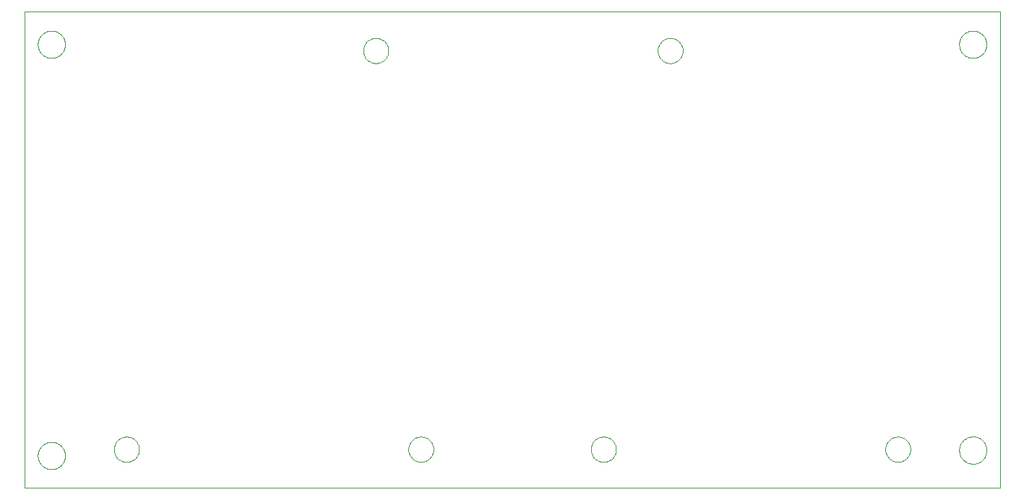
<source format=gm1>
G04 Output by ViewMate Deluxe V11.0.9  PentaLogix LLC*
G04 Tue Nov 11 15:55:57 2014*
%FSLAX33Y33*%
%MOMM*%
%IPPOS*%
%ADD107C,0.0*%

%LPD*%
X0Y0D2*D107*G1X111112Y58738D2*X111117Y58610D1*X111133Y58484*X111158Y58359*X111194Y58237*X111237Y58118*X111290Y58003*X111354Y57892*X111425Y57788*X111506Y57688*X111592Y57594*X111686Y57508*X111788Y57432*X111895Y57363*X112006Y57302*X112123Y57249*X112243Y57208*X112365Y57175*X112492Y57153*X112616Y57140*X112746Y57137*X112873Y57145*X112997Y57163*X113121Y57191*X113243Y57229*X113360Y57274*X113474Y57330*X113584Y57396*X113688Y57470*X113787Y57551*X113878Y57640*X113960Y57737*X114036Y57838*X114104Y57948*X114163Y58059*X114211Y58176*X114252Y58298*X114282Y58423*X114303Y58547*X114313Y58674*X114313Y58801*X114303Y58928*X114282Y59052*X114252Y59177*X114211Y59299*X114163Y59416*X114104Y59527*X114036Y59637*X113960Y59738*X113878Y59835*X113787Y59924*X113688Y60005*X113584Y60079*X113474Y60145*X113360Y60201*X113243Y60246*X113121Y60284*X112997Y60312*X112873Y60330*X112746Y60338*X112616Y60335*X112492Y60322*X112365Y60300*X112243Y60267*X112123Y60226*X112006Y60173*X111895Y60112*X111788Y60043*X111686Y59967*X111592Y59880*X111506Y59787*X111425Y59687*X111354Y59583*X111290Y59472*X111237Y59357*X111194Y59238*X111158Y59116*X111133Y58992*X111117Y58864*X111112Y58738*X3162Y58738D2*X3167Y58610D1*X3183Y58484*X3208Y58359*X3244Y58237*X3287Y58118*X3340Y58003*X3404Y57892*X3475Y57788*X3556Y57688*X3642Y57594*X3736Y57508*X3838Y57432*X3945Y57363*X4056Y57302*X4173Y57249*X4293Y57208*X4415Y57175*X4542Y57153*X4666Y57140*X4796Y57137*X4923Y57145*X5047Y57163*X5171Y57191*X5293Y57229*X5410Y57274*X5524Y57330*X5634Y57396*X5738Y57470*X5837Y57551*X5928Y57640*X6010Y57737*X6086Y57838*X6154Y57948*X6213Y58059*X6261Y58176*X6302Y58298*X6332Y58423*X6353Y58547*X6363Y58674*X6363Y58801*X6353Y58928*X6332Y59052*X6302Y59177*X6261Y59299*X6213Y59416*X6154Y59527*X6086Y59637*X6010Y59738*X5928Y59835*X5837Y59924*X5738Y60005*X5634Y60079*X5524Y60145*X5410Y60201*X5293Y60246*X5171Y60284*X5047Y60312*X4923Y60330*X4796Y60338*X4666Y60335*X4542Y60322*X4415Y60300*X4293Y60267*X4173Y60226*X4056Y60173*X3945Y60112*X3838Y60043*X3736Y59967*X3642Y59880*X3556Y59787*X3475Y59687*X3404Y59583*X3340Y59472*X3287Y59357*X3244Y59238*X3208Y59116*X3183Y58992*X3167Y58864*X3162Y58738*X41288Y58001D2*X41293Y57879D1*X41308Y57760*X41333Y57640*X41366Y57523*X41412Y57409*X41466Y57300*X41526Y57196*X41598Y57097*X41676Y57003*X41763Y56916*X41857Y56838*X41956Y56766*X42060Y56706*X42169Y56652*X42283Y56606*X42400Y56573*X42520Y56548*X42639Y56533*X42761Y56528*X42883Y56533*X43002Y56548*X43122Y56573*X43238Y56606*X43353Y56652*X43462Y56706*X43566Y56766*X43665Y56838*X43759Y56916*X43845Y57003*X43924Y57097*X43995Y57196*X44056Y57300*X44110Y57409*X44155Y57523*X44188Y57640*X44214Y57760*X44229Y57879*X44234Y58001*X44229Y58123*X44214Y58242*X44188Y58362*X44155Y58478*X44110Y58593*X44056Y58702*X43995Y58806*X43924Y58905*X43845Y58999*X43759Y59085*X43665Y59164*X43566Y59235*X43462Y59296*X43353Y59350*X43238Y59395*X43122Y59428*X43002Y59454*X42883Y59469*X42761Y59474*X42639Y59469*X42520Y59454*X42400Y59428*X42283Y59395*X42169Y59350*X42060Y59296*X41956Y59235*X41857Y59164*X41763Y59085*X41676Y58999*X41598Y58905*X41526Y58806*X41466Y58702*X41412Y58593*X41366Y58478*X41333Y58362*X41308Y58242*X41293Y58123*X41288Y58001*X75781Y58001D2*X75786Y57879D1*X75801Y57760*X75827Y57640*X75860Y57523*X75905Y57409*X75959Y57300*X76020Y57196*X76091Y57097*X76170Y57003*X76256Y56916*X76350Y56838*X76449Y56766*X76553Y56706*X76662Y56652*X76777Y56606*X76893Y56573*X77013Y56548*X77132Y56533*X77254Y56528*X77376Y56533*X77495Y56548*X77615Y56573*X77732Y56606*X77846Y56652*X77955Y56706*X78059Y56766*X78158Y56838*X78252Y56916*X78339Y57003*X78417Y57097*X78489Y57196*X78550Y57300*X78603Y57409*X78649Y57523*X78682Y57640*X78707Y57760*X78722Y57879*X78727Y58001*X78722Y58123*X78707Y58242*X78682Y58362*X78649Y58478*X78603Y58593*X78550Y58702*X78489Y58806*X78417Y58905*X78339Y58999*X78252Y59085*X78158Y59164*X78059Y59235*X77955Y59296*X77846Y59350*X77732Y59395*X77615Y59428*X77495Y59454*X77376Y59469*X77254Y59474*X77132Y59469*X77013Y59454*X76893Y59428*X76777Y59395*X76662Y59350*X76553Y59296*X76449Y59235*X76350Y59164*X76256Y59085*X76170Y58999*X76091Y58905*X76020Y58806*X75959Y58702*X75905Y58593*X75860Y58478*X75827Y58362*X75801Y58242*X75786Y58123*X75781Y58001*X111112Y11112D2*X111117Y10986D1*X111133Y10858*X111158Y10734*X111194Y10612*X111237Y10493*X111290Y10378*X111354Y10267*X111425Y10163*X111506Y10063*X111592Y9970*X111686Y9883*X111788Y9807*X111895Y9738*X112006Y9677*X112123Y9624*X112243Y9583*X112365Y9550*X112492Y9528*X112616Y9515*X112746Y9512*X112873Y9520*X112997Y9538*X113121Y9566*X113243Y9604*X113360Y9649*X113474Y9705*X113584Y9771*X113688Y9845*X113787Y9926*X113878Y10015*X113960Y10112*X114036Y10213*X114104Y10323*X114163Y10434*X114211Y10551*X114252Y10673*X114282Y10798*X114303Y10922*X114313Y11049*X114313Y11176*X114303Y11303*X114282Y11427*X114252Y11552*X114211Y11674*X114163Y11791*X114104Y11902*X114036Y12012*X113960Y12113*X113878Y12210*X113787Y12299*X113688Y12380*X113584Y12454*X113474Y12520*X113360Y12576*X113243Y12621*X113121Y12659*X112997Y12687*X112873Y12705*X112746Y12713*X112616Y12710*X112492Y12697*X112365Y12675*X112243Y12642*X112123Y12601*X112006Y12548*X111895Y12487*X111788Y12418*X111686Y12342*X111592Y12256*X111506Y12162*X111425Y12062*X111354Y11958*X111290Y11847*X111237Y11732*X111194Y11613*X111158Y11491*X111133Y11366*X111117Y11240*X111112Y11112*X102451Y11214D2*X102456Y11092D1*X102471Y10973*X102497Y10853*X102530Y10737*X102575Y10622*X102629Y10513*X102690Y10409*X102761Y10310*X102840Y10216*X102926Y10130*X103020Y10051*X103119Y9980*X103223Y9919*X103332Y9865*X103447Y9820*X103563Y9787*X103683Y9761*X103802Y9746*X103924Y9741*X104046Y9746*X104165Y9761*X104285Y9787*X104402Y9820*X104516Y9865*X104625Y9919*X104729Y9980*X104828Y10051*X104922Y10130*X105009Y10216*X105087Y10310*X105159Y10409*X105220Y10513*X105273Y10622*X105319Y10737*X105352Y10853*X105377Y10973*X105392Y11092*X105397Y11214*X105392Y11336*X105377Y11455*X105352Y11575*X105319Y11692*X105273Y11806*X105220Y11915*X105159Y12019*X105087Y12118*X105009Y12212*X104922Y12299*X104828Y12377*X104729Y12449*X104625Y12510*X104516Y12563*X104402Y12609*X104285Y12642*X104165Y12667*X104046Y12682*X103924Y12687*X103802Y12682*X103683Y12667*X103563Y12642*X103447Y12609*X103332Y12563*X103223Y12510*X103119Y12449*X103020Y12377*X102926Y12299*X102840Y12212*X102761Y12118*X102690Y12019*X102629Y11915*X102575Y11806*X102530Y11692*X102497Y11575*X102471Y11455*X102456Y11336*X102451Y11214*X67958Y11214D2*X67963Y11092D1*X67978Y10973*X68003Y10853*X68036Y10737*X68082Y10622*X68136Y10513*X68196Y10409*X68268Y10310*X68346Y10216*X68433Y10130*X68527Y10051*X68626Y9980*X68730Y9919*X68839Y9865*X68953Y9820*X69070Y9787*X69190Y9761*X69309Y9746*X69431Y9741*X69553Y9746*X69672Y9761*X69792Y9787*X69908Y9820*X70023Y9865*X70132Y9919*X70236Y9980*X70335Y10051*X70429Y10130*X70515Y10216*X70594Y10310*X70665Y10409*X70726Y10513*X70780Y10622*X70825Y10737*X70858Y10853*X70884Y10973*X70899Y11092*X70904Y11214*X70899Y11336*X70884Y11455*X70858Y11575*X70825Y11692*X70780Y11806*X70726Y11915*X70665Y12019*X70594Y12118*X70515Y12212*X70429Y12299*X70335Y12377*X70236Y12449*X70132Y12510*X70023Y12563*X69908Y12609*X69792Y12642*X69672Y12667*X69553Y12682*X69431Y12687*X69309Y12682*X69190Y12667*X69070Y12642*X68953Y12609*X68839Y12563*X68730Y12510*X68626Y12449*X68527Y12377*X68433Y12299*X68346Y12212*X68268Y12118*X68196Y12019*X68136Y11915*X68082Y11806*X68036Y11692*X68003Y11575*X67978Y11455*X67963Y11336*X67958Y11214*X46571Y11214D2*X46576Y11092D1*X46591Y10973*X46617Y10853*X46650Y10737*X46695Y10622*X46749Y10513*X46810Y10409*X46881Y10310*X46960Y10216*X47046Y10130*X47140Y10051*X47239Y9980*X47343Y9919*X47452Y9865*X47567Y9820*X47683Y9787*X47803Y9761*X47922Y9746*X48044Y9741*X48166Y9746*X48285Y9761*X48405Y9787*X48522Y9820*X48636Y9865*X48745Y9919*X48849Y9980*X48948Y10051*X49042Y10130*X49129Y10216*X49207Y10310*X49279Y10409*X49340Y10513*X49393Y10622*X49439Y10737*X49472Y10853*X49497Y10973*X49512Y11092*X49517Y11214*X49512Y11336*X49497Y11455*X49472Y11575*X49439Y11692*X49393Y11806*X49340Y11915*X49279Y12019*X49207Y12118*X49129Y12212*X49042Y12299*X48948Y12377*X48849Y12449*X48745Y12510*X48636Y12563*X48522Y12609*X48405Y12642*X48285Y12667*X48166Y12682*X48044Y12687*X47922Y12682*X47803Y12667*X47683Y12642*X47567Y12609*X47452Y12563*X47343Y12510*X47239Y12449*X47140Y12377*X47046Y12299*X46960Y12212*X46881Y12118*X46810Y12019*X46749Y11915*X46695Y11806*X46650Y11692*X46617Y11575*X46591Y11455*X46576Y11336*X46571Y11214*X12078Y11214D2*X12083Y11092D1*X12098Y10973*X12123Y10853*X12156Y10737*X12202Y10622*X12256Y10513*X12316Y10409*X12388Y10310*X12466Y10216*X12553Y10130*X12647Y10051*X12746Y9980*X12850Y9919*X12959Y9865*X13073Y9820*X13190Y9787*X13310Y9761*X13429Y9746*X13551Y9741*X13673Y9746*X13792Y9761*X13912Y9787*X14028Y9820*X14143Y9865*X14252Y9919*X14356Y9980*X14455Y10051*X14549Y10130*X14635Y10216*X14714Y10310*X14785Y10409*X14846Y10513*X14900Y10622*X14945Y10737*X14978Y10853*X15004Y10973*X15019Y11092*X15024Y11214*X15019Y11336*X15004Y11455*X14978Y11575*X14945Y11692*X14900Y11806*X14846Y11915*X14785Y12019*X14714Y12118*X14635Y12212*X14549Y12299*X14455Y12377*X14356Y12449*X14252Y12510*X14143Y12563*X14028Y12609*X13912Y12642*X13792Y12667*X13673Y12682*X13551Y12687*X13429Y12682*X13310Y12667*X13190Y12642*X13073Y12609*X12959Y12563*X12850Y12510*X12746Y12449*X12647Y12377*X12553Y12299*X12466Y12212*X12388Y12118*X12316Y12019*X12256Y11915*X12202Y11806*X12156Y11692*X12123Y11575*X12098Y11455*X12083Y11336*X12078Y11214*X3162Y10478D2*X3167Y10350D1*X3183Y10224*X3208Y10099*X3244Y9977*X3287Y9858*X3340Y9743*X3404Y9632*X3475Y9528*X3556Y9428*X3642Y9334*X3736Y9248*X3838Y9172*X3945Y9103*X4056Y9042*X4173Y8989*X4293Y8948*X4415Y8915*X4542Y8893*X4666Y8880*X4796Y8877*X4923Y8885*X5047Y8903*X5171Y8931*X5293Y8969*X5410Y9014*X5524Y9070*X5634Y9136*X5738Y9210*X5837Y9291*X5928Y9380*X6010Y9477*X6086Y9578*X6154Y9688*X6213Y9799*X6261Y9916*X6302Y10038*X6332Y10163*X6353Y10287*X6363Y10414*X6363Y10541*X6353Y10668*X6332Y10792*X6302Y10917*X6261Y11039*X6213Y11156*X6154Y11267*X6086Y11377*X6010Y11478*X5928Y11575*X5837Y11664*X5738Y11745*X5634Y11819*X5524Y11885*X5410Y11941*X5293Y11986*X5171Y12024*X5047Y12052*X4923Y12070*X4796Y12078*X4666Y12075*X4542Y12062*X4415Y12040*X4293Y12007*X4173Y11966*X4056Y11913*X3945Y11852*X3838Y11783*X3736Y11707*X3642Y11620*X3556Y11527*X3475Y11427*X3404Y11323*X3340Y11212*X3287Y11097*X3244Y10978*X3208Y10856*X3183Y10732*X3167Y10604*X3162Y10478*X1588Y6668D2*X115888Y6668D1*X115888Y62548*X1588Y62548*X1588Y6668*X0Y0D2*M02*
</source>
